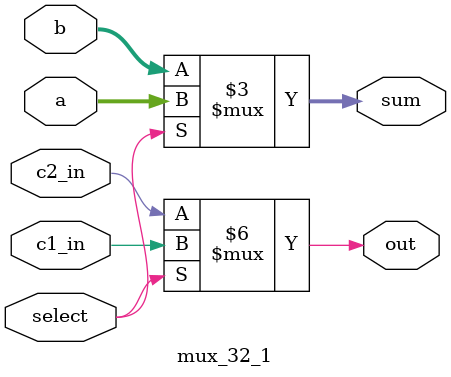
<source format=v>
`timescale 1ns / 1ps


module mux_32_1(a,b,c1_in,c2_in,select,out,sum);
    input [31:0] a;
    input [31:0] b;
    input c1_in;
    input c2_in;
    input select;
    output reg [31:0] sum;
    output reg out;
    
    always @(*) begin 
        if (select) begin 
                out = c1_in;
                sum = a;
             end
         else begin
                out = c2_in;
                sum = b;
             end
    end  
endmodule

</source>
